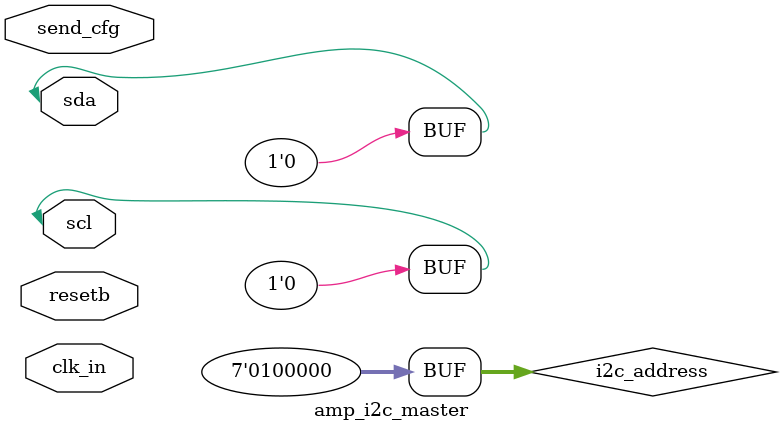
<source format=v>


// Written by Jørgen Kragh Jakobsen, IC Works 
// Copyright 2022




module amp_i2c_master (
    input clk_in,
    input resetb, 
    input send_cfg, 
    inout sda, 
    inout scl); 
parameter DIV = 5; 

    reg [7:0] bootmem [7:0]; 
initial begin
    bootmem[0] = 8'h40;           ///! Set Master volume  
    bootmem[1] = 8'h18;           // setting 0x30
    bootmem[2] = 8'd53;           // Set Input format   
    bootmem[3] = 8'h08;           // I2S standard
    bootmem[4] = 8'hff;           // Free  
    bootmem[5] = 8'hff;           // Free
    bootmem[6] = 8'hff;           // Free  
    bootmem[7] = 8'hff;           // Free
end 
    
   localparam [3:0] 
        INIT_ST                = 0,
        INIT_I2C_ST            = 1,
        WAIT_TRIGGER_ST        = 2, 
        SEND_I2C_START_ST      = 3, 
        SEND_I2C_ADR_ST        = 4,
        LOAD_CMD_ST            = 5, 
        DECODE_CMD_ST          = 6,
        SEND_ADR_MSB_ST        = 7,
        SEND_ADR_LSB_ST        = 8, 
        LOAD_DATA_ST           = 9, 
        SEND_DATA_ST           = 10,
        SEND_I2C_STOP_ST       = 11,
        SET_OFFSET_ST          = 12,
        DONE_ST                = 13; 

   wire clk; 
   clk_div #(.DIV(5)) div (clk_in,resetb,clk);

   wire [7:0] opcode; 
   reg [2:0] boot_index, boot_next; 
   reg [3:0] state_reg , next_reg; 
   reg [5:0] i2c_cnt , next_cnt;

   reg i2c_scl, i2c_scl_next;
   reg i2c_sda, i2c_sda_next;  
  
   assign sda = !i2c_sda ? 1'b0 : 1'b0; 
   assign scl = !i2c_scl ? 1'b0 : 1'b0;  

   wire [6:0] i2c_address; 
   assign i2c_address = 7'b0100000;  

   assign opcode = bootmem[boot_index];  
  
   always @(posedge clk or negedge resetb) 
    begin
    if (!resetb) 
    begin
      state_reg  <= INIT_ST; 
      boot_index <= 3'b000;
      i2c_cnt    <= 6'b000000;
      i2c_scl    <= 1;
      i2c_sda    <= 1;
    end
    else 
    begin 
      state_reg <= next_reg; 
      i2c_cnt   <= next_cnt;
      boot_index <= boot_next; 
      i2c_scl  <= i2c_scl_next; 
      i2c_sda  <= i2c_sda_next; 
    end
   end
   
   always @* 
   begin
    boot_next = boot_index;   
    next_reg = state_reg;
    next_cnt = i2c_cnt - 6'b1 ;
    i2c_scl_next  = i2c_scl;
    i2c_sda_next  = i2c_sda;
     
    case (state_reg) 
      INIT_ST:
        begin
            boot_next   = 3'b0;  
            i2c_sda_next      = 1; 
            i2c_scl_next      = 1;
            next_reg     =  WAIT_TRIGGER_ST; 
        end 
      WAIT_TRIGGER_ST: 
        begin 
            boot_next   = 3'b0;  
            i2c_sda_next      = 1; 
            i2c_scl_next      = 1; 
            if (send_cfg) 
                next_reg  = LOAD_CMD_ST; 
        end     
      LOAD_CMD_ST: 
        begin
             i2c_sda_next      = 1; 
             i2c_scl_next      = 1; 
         
           if (opcode[7] == 1'b0 ) 
            begin
        
              next_reg     = SEND_I2C_START_ST; 
            end
           else if (opcode[7:6] == 2'b10) 
           begin
             boot_next  = boot_index + 3'h1; 
             next_reg    = LOAD_CMD_ST; 
           end
           else if (opcode[7:5] == 3'b110) // block write
              next_reg     = SEND_I2C_START_ST; 
           else 
              next_reg     = DONE_ST; 
        end 
      
      SEND_I2C_START_ST: 
        begin 
            i2c_sda_next      = 0; 
            i2c_scl_next      = 1; 
            next_reg     = SEND_I2C_ADR_ST;
            next_cnt     = 18*2;
         end 

      SEND_I2C_ADR_ST: 
        begin
          if (i2c_cnt == 0) 
          begin
            next_reg     = SEND_ADR_LSB_ST;
            next_cnt     = 18*2;
          end
          
          if (i2c_cnt > 6 ) 
            i2c_sda_next = i2c_address[i2c_cnt[5:2]-2];
          else if (i2c_cnt > 4)
            i2c_sda_next = 0;             // Write bit 
          else 
            i2c_sda_next = 1;             // Ack bit 
          
          if (i2c_cnt[1:0] == 2'b00) 
             i2c_scl_next = 0; 
          else if(i2c_cnt[1:0] == 2'b01)
             i2c_scl_next = 1;
          else if(i2c_cnt[1:0] == 2'b10)
             i2c_scl_next = 1;
          else if(i2c_cnt[1:0] == 2'b11)
             i2c_scl_next = 0;
        end   

       SEND_ADR_LSB_ST:
        begin
          if (i2c_cnt == 0) 
          begin
            boot_next    = boot_index + 3'b001;
            next_reg     = SEND_DATA_ST;
            next_cnt     = 18*2;
          end
          
          if (i2c_cnt > 2 ) 
            i2c_sda_next = opcode[i2c_cnt[5:2]-1];
          else 
            i2c_sda_next = 1;             // Ack bit 
          
          if (i2c_cnt[1:0] == 2'b00) 
             i2c_scl_next = 0; 
          else if(i2c_cnt[1:0] == 2'b01)
             i2c_scl_next = 1;
          else if(i2c_cnt[1:0] == 2'b10)
             i2c_scl_next = 1;
          else if(i2c_cnt[1:0] == 2'b11)
             i2c_scl_next = 0;
        end   
        
      LOAD_DATA_ST: 
      begin 
          next_reg      = SEND_DATA_ST; 
          next_cnt      = 20;
      end       

      SEND_DATA_ST:
      begin
          if (i2c_cnt == 0) 
          begin
            next_reg   =  SEND_I2C_STOP_ST;
            next_cnt   =  14;
            i2c_scl_next = 1;
          end

          if (i2c_cnt > 2 ) 
            i2c_sda_next = opcode[i2c_cnt[5:2]-1];
          else 
            i2c_sda_next = 1;             // Ack bit 
          
          if (i2c_cnt[1:0] == 2'b00) 
             i2c_scl_next = 0; 
          else if(i2c_cnt[1:0] == 2'b01)
             i2c_scl_next = 1;
          else if(i2c_cnt[1:0] == 2'b10)
             i2c_scl_next = 1;
          else if(i2c_cnt[1:0] == 2'b11)
             i2c_scl_next = 0;
      end   

      SEND_I2C_STOP_ST:
      begin
         if (i2c_cnt == 0) 
         begin
            next_reg     = LOAD_CMD_ST;
            boot_next    = boot_index + 3'b001;
            i2c_sda_next = 1;
            i2c_scl_next = 1;
         end
         else if (i2c_cnt > 2 )     // Event bit 
         begin 
            i2c_scl_next = 1;
            i2c_sda_next = 0; 
         end
         else if (i2c_cnt == 1 )
         begin
            i2c_scl_next = 1;
            i2c_sda_next = 0; 
         end     
      end        
      DONE_ST:
      begin 
        i2c_scl_next = 1; 
        i2c_sda_next = 1;
        next_reg   =  DONE_ST; 
      end
    endcase
   end
endmodule

</source>
